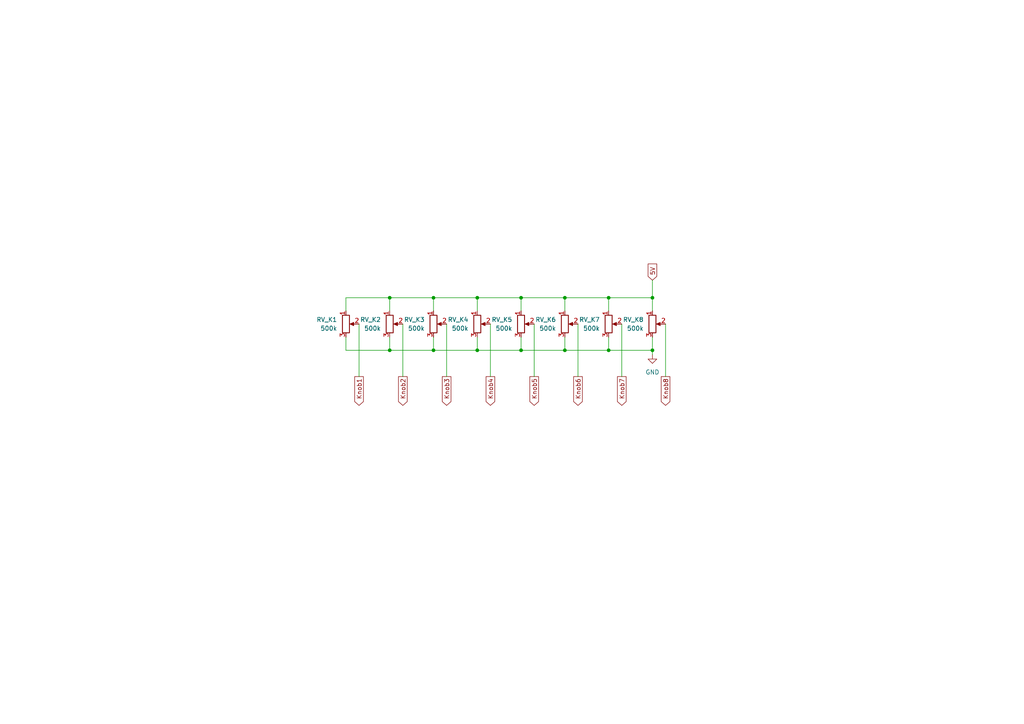
<source format=kicad_sch>
(kicad_sch (version 20211123) (generator eeschema)
  (paper "A4")
  (title_block (title "KNOBS") (date "2022-12-29"))
  (lib_symbols
    (symbol "Device:R_Potentiometer" (pin_names (offset 1.016) hide)
      (property "Reference" "RV" (at -4.445 0 90))
      (property "Value" "R_Potentiometer" (at -2.54 0 90))
      (symbol "R_Potentiometer_0_1"
        (polyline (pts (xy 2.54 0) (xy 1.524 0)))
        (polyline (pts (xy 1.143 0) (xy 2.286 0.508) (xy 2.286 -0.508) (xy 1.143 0)) (fill (type outline)))
        (rectangle (start 1.016 2.54) (end -1.016 -2.54) (stroke (width 0.254)))
      )
      (symbol "R_Potentiometer_1_1"
        (pin passive line (at 0 3.81 270) (length 1.27) (name "1") (number "1"))
        (pin passive line (at 3.81 0 180) (length 1.27) (name "2") (number "2"))
        (pin passive line (at 0 -3.81 90) (length 1.27) (name "3") (number "3"))
      )
    )
    (symbol "power:GND" (power) (pin_names (offset 0))
      (property "Value" "GND" (at 0 -3.81 0))
      (symbol "GND_0_1"
        (polyline (pts (xy 0 0) (xy 0 -1.27) (xy 1.27 -1.27) (xy 0 -2.54) (xy -1.27 -1.27) (xy 0 -1.27)))
      )
      (symbol "GND_1_1"
        (pin power_in line (at 0 0 270) (length 0) hide (name "GND") (number "1"))
      )
    )
  )
  (junction (at 113.03 101.6))
  (junction (at 176.53 86.36))
  (junction (at 189.23 86.36))
  (junction (at 176.53 101.6))
  (junction (at 138.43 101.6))
  (junction (at 189.23 101.6))
  (junction (at 151.13 101.6))
  (junction (at 163.83 86.36))
  (junction (at 151.13 86.36))
  (junction (at 138.43 86.36))
  (junction (at 125.73 86.36))
  (junction (at 125.73 101.6))
  (junction (at 163.83 101.6))
  (junction (at 113.03 86.36))
  (wire (pts (xy 138.43 86.36) (xy 151.13 86.36)))
  (wire (pts (xy 100.33 97.79) (xy 100.33 101.6)))
  (wire (pts (xy 180.34 93.98) (xy 180.34 109.22)))
  (wire (pts (xy 163.83 97.79) (xy 163.83 101.6)))
  (wire (pts (xy 100.33 86.36) (xy 113.03 86.36)))
  (wire (pts (xy 163.83 86.36) (xy 163.83 90.17)))
  (wire (pts (xy 176.53 86.36) (xy 189.23 86.36)))
  (wire (pts (xy 154.94 93.98) (xy 154.94 109.22)))
  (wire (pts (xy 151.13 101.6) (xy 163.83 101.6)))
  (wire (pts (xy 113.03 86.36) (xy 125.73 86.36)))
  (wire (pts (xy 142.24 93.98) (xy 142.24 109.22)))
  (wire (pts (xy 176.53 97.79) (xy 176.53 101.6)))
  (wire (pts (xy 125.73 97.79) (xy 125.73 101.6)))
  (wire (pts (xy 100.33 101.6) (xy 113.03 101.6)))
  (wire (pts (xy 151.13 86.36) (xy 163.83 86.36)))
  (wire (pts (xy 125.73 86.36) (xy 138.43 86.36)))
  (wire (pts (xy 113.03 101.6) (xy 125.73 101.6)))
  (wire (pts (xy 100.33 90.17) (xy 100.33 86.36)))
  (wire (pts (xy 193.04 93.98) (xy 193.04 109.22)))
  (wire (pts (xy 138.43 101.6) (xy 151.13 101.6)))
  (wire (pts (xy 116.84 93.98) (xy 116.84 109.22)))
  (wire (pts (xy 176.53 86.36) (xy 176.53 90.17)))
  (wire (pts (xy 151.13 97.79) (xy 151.13 101.6)))
  (wire (pts (xy 113.03 97.79) (xy 113.03 101.6)))
  (wire (pts (xy 129.54 93.98) (xy 129.54 109.22)))
  (wire (pts (xy 113.03 86.36) (xy 113.03 90.17)))
  (wire (pts (xy 163.83 86.36) (xy 176.53 86.36)))
  (wire (pts (xy 167.64 93.98) (xy 167.64 109.22)))
  (wire (pts (xy 151.13 86.36) (xy 151.13 90.17)))
  (wire (pts (xy 163.83 101.6) (xy 176.53 101.6)))
  (wire (pts (xy 189.23 81.28) (xy 189.23 86.36)))
  (wire (pts (xy 176.53 101.6) (xy 189.23 101.6)))
  (wire (pts (xy 104.14 93.98) (xy 104.14 109.22)))
  (wire (pts (xy 125.73 101.6) (xy 138.43 101.6)))
  (wire (pts (xy 138.43 86.36) (xy 138.43 90.17)))
  (wire (pts (xy 189.23 101.6) (xy 189.23 102.87)))
  (wire (pts (xy 138.43 97.79) (xy 138.43 101.6)))
  (wire (pts (xy 189.23 86.36) (xy 189.23 90.17)))
  (wire (pts (xy 189.23 101.6) (xy 189.23 97.79)))
  (wire (pts (xy 125.73 86.36) (xy 125.73 90.17)))
  (global_label "Knob8" (shape output) (at 193.04 109.22 270) (property "Riferimenti inter-foglio" "${INTERSHEET_REFS}" (effects hide)))
  (global_label "Knob7" (shape output) (at 180.34 109.22 270) (property "Riferimenti inter-foglio" "${INTERSHEET_REFS}" (effects hide)))
  (global_label "Knob1" (shape output) (at 104.14 109.22 270) (property "Riferimenti inter-foglio" "${INTERSHEET_REFS}" (effects hide)))
  (global_label "5V" (shape input) (at 189.23 81.28 90) (property "Riferimenti inter-foglio" "${INTERSHEET_REFS}" (effects hide)))
  (global_label "Knob3" (shape output) (at 129.54 109.22 270) (property "Riferimenti inter-foglio" "${INTERSHEET_REFS}" (effects hide)))
  (global_label "Knob2" (shape output) (at 116.84 109.22 270) (property "Riferimenti inter-foglio" "${INTERSHEET_REFS}" (effects hide)))
  (global_label "Knob6" (shape output) (at 167.64 109.22 270) (property "Riferimenti inter-foglio" "${INTERSHEET_REFS}" (effects hide)))
  (global_label "Knob4" (shape output) (at 142.24 109.22 270) (property "Riferimenti inter-foglio" "${INTERSHEET_REFS}" (effects hide)))
  (global_label "Knob5" (shape output) (at 154.94 109.22 270) (property "Riferimenti inter-foglio" "${INTERSHEET_REFS}" (effects hide)))
  (symbol (lib_id "power:GND") (at 189.23 102.87 0) (unit 1)
    (property "Reference" "#PWR0114" (effects hide))
    (property "Value" "GND" (at 189.23 107.95 0))
  )
  (symbol (lib_id "Device:R_Potentiometer") (at 138.43 93.98 0) (unit 1)
    (property "Reference" "RV_K4" (at 135.89 92.7099 0) (effects (justify right)))
    (property "Value" "500k" (at 135.89 95.2499 0) (effects (justify right)))
    (property "Footprint" "Potentiometer_THT:Potentiometer_Bourns_PTV09A-1_Single_Vertical" (effects hide))
  )
  (symbol (lib_id "Device:R_Potentiometer") (at 100.33 93.98 0) (unit 1)
    (property "Reference" "RV_K1" (at 97.79 92.7099 0) (effects (justify right)))
    (property "Value" "500k" (at 97.79 95.2499 0) (effects (justify right)))
    (property "Footprint" "Potentiometer_THT:Potentiometer_Bourns_PTV09A-1_Single_Vertical" (effects hide))
  )
  (symbol (lib_id "Device:R_Potentiometer") (at 189.23 93.98 0) (unit 1)
    (property "Reference" "RV_K8" (at 186.69 92.7099 0) (effects (justify right)))
    (property "Value" "500k" (at 186.69 95.2499 0) (effects (justify right)))
    (property "Footprint" "Potentiometer_THT:Potentiometer_Bourns_PTV09A-1_Single_Vertical" (effects hide))
  )
  (symbol (lib_id "Device:R_Potentiometer") (at 113.03 93.98 0) (unit 1)
    (property "Reference" "RV_K2" (at 110.49 92.7099 0) (effects (justify right)))
    (property "Value" "500k" (at 110.49 95.2499 0) (effects (justify right)))
    (property "Footprint" "Potentiometer_THT:Potentiometer_Bourns_PTV09A-1_Single_Vertical" (effects hide))
  )
  (symbol (lib_id "Device:R_Potentiometer") (at 151.13 93.98 0) (unit 1)
    (property "Reference" "RV_K5" (at 148.59 92.7099 0) (effects (justify right)))
    (property "Value" "500k" (at 148.59 95.2499 0) (effects (justify right)))
    (property "Footprint" "Potentiometer_THT:Potentiometer_Bourns_PTV09A-1_Single_Vertical" (effects hide))
  )
  (symbol (lib_id "Device:R_Potentiometer") (at 125.73 93.98 0) (unit 1)
    (property "Reference" "RV_K3" (at 123.19 92.7099 0) (effects (justify right)))
    (property "Value" "500k" (at 123.19 95.2499 0) (effects (justify right)))
    (property "Footprint" "Potentiometer_THT:Potentiometer_Bourns_PTV09A-1_Single_Vertical" (effects hide))
  )
  (symbol (lib_id "Device:R_Potentiometer") (at 176.53 93.98 0) (unit 1)
    (property "Reference" "RV_K7" (at 173.99 92.7099 0) (effects (justify right)))
    (property "Value" "500k" (at 173.99 95.2499 0) (effects (justify right)))
    (property "Footprint" "Potentiometer_THT:Potentiometer_Bourns_PTV09A-1_Single_Vertical" (effects hide))
  )
  (symbol (lib_id "Device:R_Potentiometer") (at 163.83 93.98 0) (unit 1)
    (property "Reference" "RV_K6" (at 161.29 92.7099 0) (effects (justify right)))
    (property "Value" "500k" (at 161.29 95.2499 0) (effects (justify right)))
    (property "Footprint" "Potentiometer_THT:Potentiometer_Bourns_PTV09A-1_Single_Vertical" (effects hide))
  )
)
</source>
